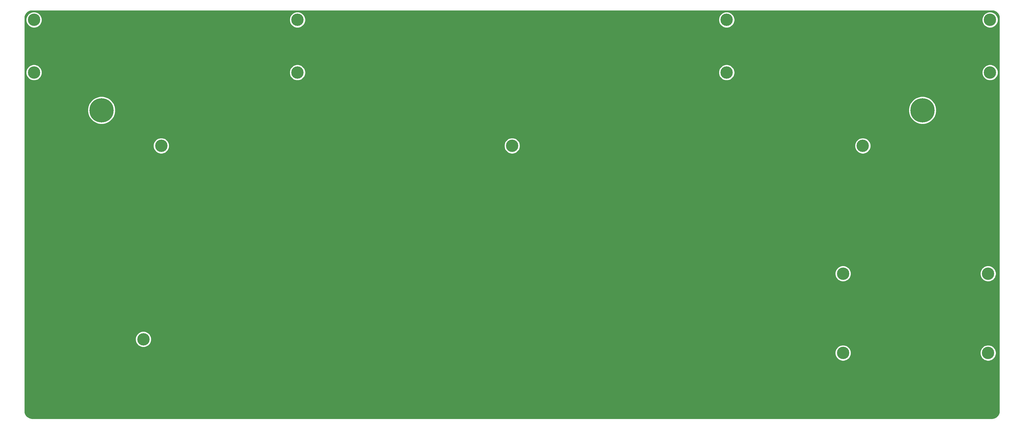
<source format=gtl>
G04 #@! TF.GenerationSoftware,KiCad,Pcbnew,(5.1.4)-1*
G04 #@! TF.CreationDate,2020-04-16T22:12:06+01:00*
G04 #@! TF.ProjectId,mysterium-bottom,6d797374-6572-4697-956d-2d626f74746f,rev?*
G04 #@! TF.SameCoordinates,Original*
G04 #@! TF.FileFunction,Copper,L1,Top*
G04 #@! TF.FilePolarity,Positive*
%FSLAX46Y46*%
G04 Gerber Fmt 4.6, Leading zero omitted, Abs format (unit mm)*
G04 Created by KiCad (PCBNEW (5.1.4)-1) date 2020-04-16 22:12:06*
%MOMM*%
%LPD*%
G04 APERTURE LIST*
%ADD10C,8.600000*%
%ADD11C,4.400000*%
%ADD12C,0.254000*%
G04 APERTURE END LIST*
D10*
X356213100Y-97053400D03*
X64550600Y-97053400D03*
D11*
X286626300Y-83613400D03*
X134137400Y-83613400D03*
X286626300Y-64863400D03*
X40550600Y-64863400D03*
X379523512Y-183454800D03*
X327986788Y-183454800D03*
X379523512Y-155219400D03*
X327986788Y-155219400D03*
X79401800Y-178587400D03*
X85763100Y-109702600D03*
X335000600Y-109702600D03*
X210419351Y-197713600D03*
X210419351Y-109702600D03*
X134137400Y-64863400D03*
X380213100Y-64863400D03*
X380213100Y-83613400D03*
X40550600Y-83613400D03*
D12*
G36*
X381407508Y-61625744D02*
G01*
X381892232Y-61771612D01*
X382339387Y-62008847D01*
X382731949Y-62328421D01*
X383054962Y-62718155D01*
X383296123Y-63163208D01*
X383446248Y-63646629D01*
X383503101Y-64182877D01*
X383503099Y-204135438D01*
X383450756Y-204674309D01*
X383304888Y-205159032D01*
X383067652Y-205606188D01*
X382748079Y-205998749D01*
X382358343Y-206321763D01*
X381913292Y-206562923D01*
X381429871Y-206713048D01*
X380893623Y-206769901D01*
X39895062Y-206769899D01*
X39356191Y-206717556D01*
X38871468Y-206571688D01*
X38424312Y-206334452D01*
X38031751Y-206014879D01*
X37708737Y-205625143D01*
X37467577Y-205180092D01*
X37317452Y-204696671D01*
X37260599Y-204160423D01*
X37260599Y-183175577D01*
X325151788Y-183175577D01*
X325151788Y-183734023D01*
X325260736Y-184281739D01*
X325474444Y-184797676D01*
X325784700Y-185262007D01*
X326179581Y-185656888D01*
X326643912Y-185967144D01*
X327159849Y-186180852D01*
X327707565Y-186289800D01*
X328266011Y-186289800D01*
X328813727Y-186180852D01*
X329329664Y-185967144D01*
X329793995Y-185656888D01*
X330188876Y-185262007D01*
X330499132Y-184797676D01*
X330712840Y-184281739D01*
X330821788Y-183734023D01*
X330821788Y-183175577D01*
X376688512Y-183175577D01*
X376688512Y-183734023D01*
X376797460Y-184281739D01*
X377011168Y-184797676D01*
X377321424Y-185262007D01*
X377716305Y-185656888D01*
X378180636Y-185967144D01*
X378696573Y-186180852D01*
X379244289Y-186289800D01*
X379802735Y-186289800D01*
X380350451Y-186180852D01*
X380866388Y-185967144D01*
X381330719Y-185656888D01*
X381725600Y-185262007D01*
X382035856Y-184797676D01*
X382249564Y-184281739D01*
X382358512Y-183734023D01*
X382358512Y-183175577D01*
X382249564Y-182627861D01*
X382035856Y-182111924D01*
X381725600Y-181647593D01*
X381330719Y-181252712D01*
X380866388Y-180942456D01*
X380350451Y-180728748D01*
X379802735Y-180619800D01*
X379244289Y-180619800D01*
X378696573Y-180728748D01*
X378180636Y-180942456D01*
X377716305Y-181252712D01*
X377321424Y-181647593D01*
X377011168Y-182111924D01*
X376797460Y-182627861D01*
X376688512Y-183175577D01*
X330821788Y-183175577D01*
X330712840Y-182627861D01*
X330499132Y-182111924D01*
X330188876Y-181647593D01*
X329793995Y-181252712D01*
X329329664Y-180942456D01*
X328813727Y-180728748D01*
X328266011Y-180619800D01*
X327707565Y-180619800D01*
X327159849Y-180728748D01*
X326643912Y-180942456D01*
X326179581Y-181252712D01*
X325784700Y-181647593D01*
X325474444Y-182111924D01*
X325260736Y-182627861D01*
X325151788Y-183175577D01*
X37260599Y-183175577D01*
X37260599Y-178308177D01*
X76566800Y-178308177D01*
X76566800Y-178866623D01*
X76675748Y-179414339D01*
X76889456Y-179930276D01*
X77199712Y-180394607D01*
X77594593Y-180789488D01*
X78058924Y-181099744D01*
X78574861Y-181313452D01*
X79122577Y-181422400D01*
X79681023Y-181422400D01*
X80228739Y-181313452D01*
X80744676Y-181099744D01*
X81209007Y-180789488D01*
X81603888Y-180394607D01*
X81914144Y-179930276D01*
X82127852Y-179414339D01*
X82236800Y-178866623D01*
X82236800Y-178308177D01*
X82127852Y-177760461D01*
X81914144Y-177244524D01*
X81603888Y-176780193D01*
X81209007Y-176385312D01*
X80744676Y-176075056D01*
X80228739Y-175861348D01*
X79681023Y-175752400D01*
X79122577Y-175752400D01*
X78574861Y-175861348D01*
X78058924Y-176075056D01*
X77594593Y-176385312D01*
X77199712Y-176780193D01*
X76889456Y-177244524D01*
X76675748Y-177760461D01*
X76566800Y-178308177D01*
X37260599Y-178308177D01*
X37260599Y-154940177D01*
X325151788Y-154940177D01*
X325151788Y-155498623D01*
X325260736Y-156046339D01*
X325474444Y-156562276D01*
X325784700Y-157026607D01*
X326179581Y-157421488D01*
X326643912Y-157731744D01*
X327159849Y-157945452D01*
X327707565Y-158054400D01*
X328266011Y-158054400D01*
X328813727Y-157945452D01*
X329329664Y-157731744D01*
X329793995Y-157421488D01*
X330188876Y-157026607D01*
X330499132Y-156562276D01*
X330712840Y-156046339D01*
X330821788Y-155498623D01*
X330821788Y-154940177D01*
X376688512Y-154940177D01*
X376688512Y-155498623D01*
X376797460Y-156046339D01*
X377011168Y-156562276D01*
X377321424Y-157026607D01*
X377716305Y-157421488D01*
X378180636Y-157731744D01*
X378696573Y-157945452D01*
X379244289Y-158054400D01*
X379802735Y-158054400D01*
X380350451Y-157945452D01*
X380866388Y-157731744D01*
X381330719Y-157421488D01*
X381725600Y-157026607D01*
X382035856Y-156562276D01*
X382249564Y-156046339D01*
X382358512Y-155498623D01*
X382358512Y-154940177D01*
X382249564Y-154392461D01*
X382035856Y-153876524D01*
X381725600Y-153412193D01*
X381330719Y-153017312D01*
X380866388Y-152707056D01*
X380350451Y-152493348D01*
X379802735Y-152384400D01*
X379244289Y-152384400D01*
X378696573Y-152493348D01*
X378180636Y-152707056D01*
X377716305Y-153017312D01*
X377321424Y-153412193D01*
X377011168Y-153876524D01*
X376797460Y-154392461D01*
X376688512Y-154940177D01*
X330821788Y-154940177D01*
X330712840Y-154392461D01*
X330499132Y-153876524D01*
X330188876Y-153412193D01*
X329793995Y-153017312D01*
X329329664Y-152707056D01*
X328813727Y-152493348D01*
X328266011Y-152384400D01*
X327707565Y-152384400D01*
X327159849Y-152493348D01*
X326643912Y-152707056D01*
X326179581Y-153017312D01*
X325784700Y-153412193D01*
X325474444Y-153876524D01*
X325260736Y-154392461D01*
X325151788Y-154940177D01*
X37260599Y-154940177D01*
X37260599Y-109423377D01*
X82928100Y-109423377D01*
X82928100Y-109981823D01*
X83037048Y-110529539D01*
X83250756Y-111045476D01*
X83561012Y-111509807D01*
X83955893Y-111904688D01*
X84420224Y-112214944D01*
X84936161Y-112428652D01*
X85483877Y-112537600D01*
X86042323Y-112537600D01*
X86590039Y-112428652D01*
X87105976Y-112214944D01*
X87570307Y-111904688D01*
X87965188Y-111509807D01*
X88275444Y-111045476D01*
X88489152Y-110529539D01*
X88598100Y-109981823D01*
X88598100Y-109423377D01*
X207584351Y-109423377D01*
X207584351Y-109981823D01*
X207693299Y-110529539D01*
X207907007Y-111045476D01*
X208217263Y-111509807D01*
X208612144Y-111904688D01*
X209076475Y-112214944D01*
X209592412Y-112428652D01*
X210140128Y-112537600D01*
X210698574Y-112537600D01*
X211246290Y-112428652D01*
X211762227Y-112214944D01*
X212226558Y-111904688D01*
X212621439Y-111509807D01*
X212931695Y-111045476D01*
X213145403Y-110529539D01*
X213254351Y-109981823D01*
X213254351Y-109423377D01*
X332165600Y-109423377D01*
X332165600Y-109981823D01*
X332274548Y-110529539D01*
X332488256Y-111045476D01*
X332798512Y-111509807D01*
X333193393Y-111904688D01*
X333657724Y-112214944D01*
X334173661Y-112428652D01*
X334721377Y-112537600D01*
X335279823Y-112537600D01*
X335827539Y-112428652D01*
X336343476Y-112214944D01*
X336807807Y-111904688D01*
X337202688Y-111509807D01*
X337512944Y-111045476D01*
X337726652Y-110529539D01*
X337835600Y-109981823D01*
X337835600Y-109423377D01*
X337726652Y-108875661D01*
X337512944Y-108359724D01*
X337202688Y-107895393D01*
X336807807Y-107500512D01*
X336343476Y-107190256D01*
X335827539Y-106976548D01*
X335279823Y-106867600D01*
X334721377Y-106867600D01*
X334173661Y-106976548D01*
X333657724Y-107190256D01*
X333193393Y-107500512D01*
X332798512Y-107895393D01*
X332488256Y-108359724D01*
X332274548Y-108875661D01*
X332165600Y-109423377D01*
X213254351Y-109423377D01*
X213145403Y-108875661D01*
X212931695Y-108359724D01*
X212621439Y-107895393D01*
X212226558Y-107500512D01*
X211762227Y-107190256D01*
X211246290Y-106976548D01*
X210698574Y-106867600D01*
X210140128Y-106867600D01*
X209592412Y-106976548D01*
X209076475Y-107190256D01*
X208612144Y-107500512D01*
X208217263Y-107895393D01*
X207907007Y-108359724D01*
X207693299Y-108875661D01*
X207584351Y-109423377D01*
X88598100Y-109423377D01*
X88489152Y-108875661D01*
X88275444Y-108359724D01*
X87965188Y-107895393D01*
X87570307Y-107500512D01*
X87105976Y-107190256D01*
X86590039Y-106976548D01*
X86042323Y-106867600D01*
X85483877Y-106867600D01*
X84936161Y-106976548D01*
X84420224Y-107190256D01*
X83955893Y-107500512D01*
X83561012Y-107895393D01*
X83250756Y-108359724D01*
X83037048Y-108875661D01*
X82928100Y-109423377D01*
X37260599Y-109423377D01*
X37260599Y-96567345D01*
X59615600Y-96567345D01*
X59615600Y-97539455D01*
X59805250Y-98492886D01*
X60177260Y-99390999D01*
X60717335Y-100199279D01*
X61404721Y-100886665D01*
X62213001Y-101426740D01*
X63111114Y-101798750D01*
X64064545Y-101988400D01*
X65036655Y-101988400D01*
X65990086Y-101798750D01*
X66888199Y-101426740D01*
X67696479Y-100886665D01*
X68383865Y-100199279D01*
X68923940Y-99390999D01*
X69295950Y-98492886D01*
X69485600Y-97539455D01*
X69485600Y-96567345D01*
X351278100Y-96567345D01*
X351278100Y-97539455D01*
X351467750Y-98492886D01*
X351839760Y-99390999D01*
X352379835Y-100199279D01*
X353067221Y-100886665D01*
X353875501Y-101426740D01*
X354773614Y-101798750D01*
X355727045Y-101988400D01*
X356699155Y-101988400D01*
X357652586Y-101798750D01*
X358550699Y-101426740D01*
X359358979Y-100886665D01*
X360046365Y-100199279D01*
X360586440Y-99390999D01*
X360958450Y-98492886D01*
X361148100Y-97539455D01*
X361148100Y-96567345D01*
X360958450Y-95613914D01*
X360586440Y-94715801D01*
X360046365Y-93907521D01*
X359358979Y-93220135D01*
X358550699Y-92680060D01*
X357652586Y-92308050D01*
X356699155Y-92118400D01*
X355727045Y-92118400D01*
X354773614Y-92308050D01*
X353875501Y-92680060D01*
X353067221Y-93220135D01*
X352379835Y-93907521D01*
X351839760Y-94715801D01*
X351467750Y-95613914D01*
X351278100Y-96567345D01*
X69485600Y-96567345D01*
X69295950Y-95613914D01*
X68923940Y-94715801D01*
X68383865Y-93907521D01*
X67696479Y-93220135D01*
X66888199Y-92680060D01*
X65990086Y-92308050D01*
X65036655Y-92118400D01*
X64064545Y-92118400D01*
X63111114Y-92308050D01*
X62213001Y-92680060D01*
X61404721Y-93220135D01*
X60717335Y-93907521D01*
X60177260Y-94715801D01*
X59805250Y-95613914D01*
X59615600Y-96567345D01*
X37260599Y-96567345D01*
X37260600Y-83334177D01*
X37715600Y-83334177D01*
X37715600Y-83892623D01*
X37824548Y-84440339D01*
X38038256Y-84956276D01*
X38348512Y-85420607D01*
X38743393Y-85815488D01*
X39207724Y-86125744D01*
X39723661Y-86339452D01*
X40271377Y-86448400D01*
X40829823Y-86448400D01*
X41377539Y-86339452D01*
X41893476Y-86125744D01*
X42357807Y-85815488D01*
X42752688Y-85420607D01*
X43062944Y-84956276D01*
X43276652Y-84440339D01*
X43385600Y-83892623D01*
X43385600Y-83334177D01*
X131302400Y-83334177D01*
X131302400Y-83892623D01*
X131411348Y-84440339D01*
X131625056Y-84956276D01*
X131935312Y-85420607D01*
X132330193Y-85815488D01*
X132794524Y-86125744D01*
X133310461Y-86339452D01*
X133858177Y-86448400D01*
X134416623Y-86448400D01*
X134964339Y-86339452D01*
X135480276Y-86125744D01*
X135944607Y-85815488D01*
X136339488Y-85420607D01*
X136649744Y-84956276D01*
X136863452Y-84440339D01*
X136972400Y-83892623D01*
X136972400Y-83334177D01*
X283791300Y-83334177D01*
X283791300Y-83892623D01*
X283900248Y-84440339D01*
X284113956Y-84956276D01*
X284424212Y-85420607D01*
X284819093Y-85815488D01*
X285283424Y-86125744D01*
X285799361Y-86339452D01*
X286347077Y-86448400D01*
X286905523Y-86448400D01*
X287453239Y-86339452D01*
X287969176Y-86125744D01*
X288433507Y-85815488D01*
X288828388Y-85420607D01*
X289138644Y-84956276D01*
X289352352Y-84440339D01*
X289461300Y-83892623D01*
X289461300Y-83334177D01*
X377378100Y-83334177D01*
X377378100Y-83892623D01*
X377487048Y-84440339D01*
X377700756Y-84956276D01*
X378011012Y-85420607D01*
X378405893Y-85815488D01*
X378870224Y-86125744D01*
X379386161Y-86339452D01*
X379933877Y-86448400D01*
X380492323Y-86448400D01*
X381040039Y-86339452D01*
X381555976Y-86125744D01*
X382020307Y-85815488D01*
X382415188Y-85420607D01*
X382725444Y-84956276D01*
X382939152Y-84440339D01*
X383048100Y-83892623D01*
X383048100Y-83334177D01*
X382939152Y-82786461D01*
X382725444Y-82270524D01*
X382415188Y-81806193D01*
X382020307Y-81411312D01*
X381555976Y-81101056D01*
X381040039Y-80887348D01*
X380492323Y-80778400D01*
X379933877Y-80778400D01*
X379386161Y-80887348D01*
X378870224Y-81101056D01*
X378405893Y-81411312D01*
X378011012Y-81806193D01*
X377700756Y-82270524D01*
X377487048Y-82786461D01*
X377378100Y-83334177D01*
X289461300Y-83334177D01*
X289352352Y-82786461D01*
X289138644Y-82270524D01*
X288828388Y-81806193D01*
X288433507Y-81411312D01*
X287969176Y-81101056D01*
X287453239Y-80887348D01*
X286905523Y-80778400D01*
X286347077Y-80778400D01*
X285799361Y-80887348D01*
X285283424Y-81101056D01*
X284819093Y-81411312D01*
X284424212Y-81806193D01*
X284113956Y-82270524D01*
X283900248Y-82786461D01*
X283791300Y-83334177D01*
X136972400Y-83334177D01*
X136863452Y-82786461D01*
X136649744Y-82270524D01*
X136339488Y-81806193D01*
X135944607Y-81411312D01*
X135480276Y-81101056D01*
X134964339Y-80887348D01*
X134416623Y-80778400D01*
X133858177Y-80778400D01*
X133310461Y-80887348D01*
X132794524Y-81101056D01*
X132330193Y-81411312D01*
X131935312Y-81806193D01*
X131625056Y-82270524D01*
X131411348Y-82786461D01*
X131302400Y-83334177D01*
X43385600Y-83334177D01*
X43276652Y-82786461D01*
X43062944Y-82270524D01*
X42752688Y-81806193D01*
X42357807Y-81411312D01*
X41893476Y-81101056D01*
X41377539Y-80887348D01*
X40829823Y-80778400D01*
X40271377Y-80778400D01*
X39723661Y-80887348D01*
X39207724Y-81101056D01*
X38743393Y-81411312D01*
X38348512Y-81806193D01*
X38038256Y-82270524D01*
X37824548Y-82786461D01*
X37715600Y-83334177D01*
X37260600Y-83334177D01*
X37260600Y-64584177D01*
X37715600Y-64584177D01*
X37715600Y-65142623D01*
X37824548Y-65690339D01*
X38038256Y-66206276D01*
X38348512Y-66670607D01*
X38743393Y-67065488D01*
X39207724Y-67375744D01*
X39723661Y-67589452D01*
X40271377Y-67698400D01*
X40829823Y-67698400D01*
X41377539Y-67589452D01*
X41893476Y-67375744D01*
X42357807Y-67065488D01*
X42752688Y-66670607D01*
X43062944Y-66206276D01*
X43276652Y-65690339D01*
X43385600Y-65142623D01*
X43385600Y-64584177D01*
X131302400Y-64584177D01*
X131302400Y-65142623D01*
X131411348Y-65690339D01*
X131625056Y-66206276D01*
X131935312Y-66670607D01*
X132330193Y-67065488D01*
X132794524Y-67375744D01*
X133310461Y-67589452D01*
X133858177Y-67698400D01*
X134416623Y-67698400D01*
X134964339Y-67589452D01*
X135480276Y-67375744D01*
X135944607Y-67065488D01*
X136339488Y-66670607D01*
X136649744Y-66206276D01*
X136863452Y-65690339D01*
X136972400Y-65142623D01*
X136972400Y-64584177D01*
X283791300Y-64584177D01*
X283791300Y-65142623D01*
X283900248Y-65690339D01*
X284113956Y-66206276D01*
X284424212Y-66670607D01*
X284819093Y-67065488D01*
X285283424Y-67375744D01*
X285799361Y-67589452D01*
X286347077Y-67698400D01*
X286905523Y-67698400D01*
X287453239Y-67589452D01*
X287969176Y-67375744D01*
X288433507Y-67065488D01*
X288828388Y-66670607D01*
X289138644Y-66206276D01*
X289352352Y-65690339D01*
X289461300Y-65142623D01*
X289461300Y-64584177D01*
X377378100Y-64584177D01*
X377378100Y-65142623D01*
X377487048Y-65690339D01*
X377700756Y-66206276D01*
X378011012Y-66670607D01*
X378405893Y-67065488D01*
X378870224Y-67375744D01*
X379386161Y-67589452D01*
X379933877Y-67698400D01*
X380492323Y-67698400D01*
X381040039Y-67589452D01*
X381555976Y-67375744D01*
X382020307Y-67065488D01*
X382415188Y-66670607D01*
X382725444Y-66206276D01*
X382939152Y-65690339D01*
X383048100Y-65142623D01*
X383048100Y-64584177D01*
X382939152Y-64036461D01*
X382725444Y-63520524D01*
X382415188Y-63056193D01*
X382020307Y-62661312D01*
X381555976Y-62351056D01*
X381040039Y-62137348D01*
X380492323Y-62028400D01*
X379933877Y-62028400D01*
X379386161Y-62137348D01*
X378870224Y-62351056D01*
X378405893Y-62661312D01*
X378011012Y-63056193D01*
X377700756Y-63520524D01*
X377487048Y-64036461D01*
X377378100Y-64584177D01*
X289461300Y-64584177D01*
X289352352Y-64036461D01*
X289138644Y-63520524D01*
X288828388Y-63056193D01*
X288433507Y-62661312D01*
X287969176Y-62351056D01*
X287453239Y-62137348D01*
X286905523Y-62028400D01*
X286347077Y-62028400D01*
X285799361Y-62137348D01*
X285283424Y-62351056D01*
X284819093Y-62661312D01*
X284424212Y-63056193D01*
X284113956Y-63520524D01*
X283900248Y-64036461D01*
X283791300Y-64584177D01*
X136972400Y-64584177D01*
X136863452Y-64036461D01*
X136649744Y-63520524D01*
X136339488Y-63056193D01*
X135944607Y-62661312D01*
X135480276Y-62351056D01*
X134964339Y-62137348D01*
X134416623Y-62028400D01*
X133858177Y-62028400D01*
X133310461Y-62137348D01*
X132794524Y-62351056D01*
X132330193Y-62661312D01*
X131935312Y-63056193D01*
X131625056Y-63520524D01*
X131411348Y-64036461D01*
X131302400Y-64584177D01*
X43385600Y-64584177D01*
X43276652Y-64036461D01*
X43062944Y-63520524D01*
X42752688Y-63056193D01*
X42357807Y-62661312D01*
X41893476Y-62351056D01*
X41377539Y-62137348D01*
X40829823Y-62028400D01*
X40271377Y-62028400D01*
X39723661Y-62137348D01*
X39207724Y-62351056D01*
X38743393Y-62661312D01*
X38348512Y-63056193D01*
X38038256Y-63520524D01*
X37824548Y-64036461D01*
X37715600Y-64584177D01*
X37260600Y-64584177D01*
X37260601Y-64207861D01*
X37312944Y-63668992D01*
X37458812Y-63184268D01*
X37696047Y-62737113D01*
X38015621Y-62344551D01*
X38405355Y-62021538D01*
X38850408Y-61780377D01*
X39333829Y-61630252D01*
X39870067Y-61573400D01*
X380868629Y-61573400D01*
X381407508Y-61625744D01*
X381407508Y-61625744D01*
G37*
X381407508Y-61625744D02*
X381892232Y-61771612D01*
X382339387Y-62008847D01*
X382731949Y-62328421D01*
X383054962Y-62718155D01*
X383296123Y-63163208D01*
X383446248Y-63646629D01*
X383503101Y-64182877D01*
X383503099Y-204135438D01*
X383450756Y-204674309D01*
X383304888Y-205159032D01*
X383067652Y-205606188D01*
X382748079Y-205998749D01*
X382358343Y-206321763D01*
X381913292Y-206562923D01*
X381429871Y-206713048D01*
X380893623Y-206769901D01*
X39895062Y-206769899D01*
X39356191Y-206717556D01*
X38871468Y-206571688D01*
X38424312Y-206334452D01*
X38031751Y-206014879D01*
X37708737Y-205625143D01*
X37467577Y-205180092D01*
X37317452Y-204696671D01*
X37260599Y-204160423D01*
X37260599Y-183175577D01*
X325151788Y-183175577D01*
X325151788Y-183734023D01*
X325260736Y-184281739D01*
X325474444Y-184797676D01*
X325784700Y-185262007D01*
X326179581Y-185656888D01*
X326643912Y-185967144D01*
X327159849Y-186180852D01*
X327707565Y-186289800D01*
X328266011Y-186289800D01*
X328813727Y-186180852D01*
X329329664Y-185967144D01*
X329793995Y-185656888D01*
X330188876Y-185262007D01*
X330499132Y-184797676D01*
X330712840Y-184281739D01*
X330821788Y-183734023D01*
X330821788Y-183175577D01*
X376688512Y-183175577D01*
X376688512Y-183734023D01*
X376797460Y-184281739D01*
X377011168Y-184797676D01*
X377321424Y-185262007D01*
X377716305Y-185656888D01*
X378180636Y-185967144D01*
X378696573Y-186180852D01*
X379244289Y-186289800D01*
X379802735Y-186289800D01*
X380350451Y-186180852D01*
X380866388Y-185967144D01*
X381330719Y-185656888D01*
X381725600Y-185262007D01*
X382035856Y-184797676D01*
X382249564Y-184281739D01*
X382358512Y-183734023D01*
X382358512Y-183175577D01*
X382249564Y-182627861D01*
X382035856Y-182111924D01*
X381725600Y-181647593D01*
X381330719Y-181252712D01*
X380866388Y-180942456D01*
X380350451Y-180728748D01*
X379802735Y-180619800D01*
X379244289Y-180619800D01*
X378696573Y-180728748D01*
X378180636Y-180942456D01*
X377716305Y-181252712D01*
X377321424Y-181647593D01*
X377011168Y-182111924D01*
X376797460Y-182627861D01*
X376688512Y-183175577D01*
X330821788Y-183175577D01*
X330712840Y-182627861D01*
X330499132Y-182111924D01*
X330188876Y-181647593D01*
X329793995Y-181252712D01*
X329329664Y-180942456D01*
X328813727Y-180728748D01*
X328266011Y-180619800D01*
X327707565Y-180619800D01*
X327159849Y-180728748D01*
X326643912Y-180942456D01*
X326179581Y-181252712D01*
X325784700Y-181647593D01*
X325474444Y-182111924D01*
X325260736Y-182627861D01*
X325151788Y-183175577D01*
X37260599Y-183175577D01*
X37260599Y-178308177D01*
X76566800Y-178308177D01*
X76566800Y-178866623D01*
X76675748Y-179414339D01*
X76889456Y-179930276D01*
X77199712Y-180394607D01*
X77594593Y-180789488D01*
X78058924Y-181099744D01*
X78574861Y-181313452D01*
X79122577Y-181422400D01*
X79681023Y-181422400D01*
X80228739Y-181313452D01*
X80744676Y-181099744D01*
X81209007Y-180789488D01*
X81603888Y-180394607D01*
X81914144Y-179930276D01*
X82127852Y-179414339D01*
X82236800Y-178866623D01*
X82236800Y-178308177D01*
X82127852Y-177760461D01*
X81914144Y-177244524D01*
X81603888Y-176780193D01*
X81209007Y-176385312D01*
X80744676Y-176075056D01*
X80228739Y-175861348D01*
X79681023Y-175752400D01*
X79122577Y-175752400D01*
X78574861Y-175861348D01*
X78058924Y-176075056D01*
X77594593Y-176385312D01*
X77199712Y-176780193D01*
X76889456Y-177244524D01*
X76675748Y-177760461D01*
X76566800Y-178308177D01*
X37260599Y-178308177D01*
X37260599Y-154940177D01*
X325151788Y-154940177D01*
X325151788Y-155498623D01*
X325260736Y-156046339D01*
X325474444Y-156562276D01*
X325784700Y-157026607D01*
X326179581Y-157421488D01*
X326643912Y-157731744D01*
X327159849Y-157945452D01*
X327707565Y-158054400D01*
X328266011Y-158054400D01*
X328813727Y-157945452D01*
X329329664Y-157731744D01*
X329793995Y-157421488D01*
X330188876Y-157026607D01*
X330499132Y-156562276D01*
X330712840Y-156046339D01*
X330821788Y-155498623D01*
X330821788Y-154940177D01*
X376688512Y-154940177D01*
X376688512Y-155498623D01*
X376797460Y-156046339D01*
X377011168Y-156562276D01*
X377321424Y-157026607D01*
X377716305Y-157421488D01*
X378180636Y-157731744D01*
X378696573Y-157945452D01*
X379244289Y-158054400D01*
X379802735Y-158054400D01*
X380350451Y-157945452D01*
X380866388Y-157731744D01*
X381330719Y-157421488D01*
X381725600Y-157026607D01*
X382035856Y-156562276D01*
X382249564Y-156046339D01*
X382358512Y-155498623D01*
X382358512Y-154940177D01*
X382249564Y-154392461D01*
X382035856Y-153876524D01*
X381725600Y-153412193D01*
X381330719Y-153017312D01*
X380866388Y-152707056D01*
X380350451Y-152493348D01*
X379802735Y-152384400D01*
X379244289Y-152384400D01*
X378696573Y-152493348D01*
X378180636Y-152707056D01*
X377716305Y-153017312D01*
X377321424Y-153412193D01*
X377011168Y-153876524D01*
X376797460Y-154392461D01*
X376688512Y-154940177D01*
X330821788Y-154940177D01*
X330712840Y-154392461D01*
X330499132Y-153876524D01*
X330188876Y-153412193D01*
X329793995Y-153017312D01*
X329329664Y-152707056D01*
X328813727Y-152493348D01*
X328266011Y-152384400D01*
X327707565Y-152384400D01*
X327159849Y-152493348D01*
X326643912Y-152707056D01*
X326179581Y-153017312D01*
X325784700Y-153412193D01*
X325474444Y-153876524D01*
X325260736Y-154392461D01*
X325151788Y-154940177D01*
X37260599Y-154940177D01*
X37260599Y-109423377D01*
X82928100Y-109423377D01*
X82928100Y-109981823D01*
X83037048Y-110529539D01*
X83250756Y-111045476D01*
X83561012Y-111509807D01*
X83955893Y-111904688D01*
X84420224Y-112214944D01*
X84936161Y-112428652D01*
X85483877Y-112537600D01*
X86042323Y-112537600D01*
X86590039Y-112428652D01*
X87105976Y-112214944D01*
X87570307Y-111904688D01*
X87965188Y-111509807D01*
X88275444Y-111045476D01*
X88489152Y-110529539D01*
X88598100Y-109981823D01*
X88598100Y-109423377D01*
X207584351Y-109423377D01*
X207584351Y-109981823D01*
X207693299Y-110529539D01*
X207907007Y-111045476D01*
X208217263Y-111509807D01*
X208612144Y-111904688D01*
X209076475Y-112214944D01*
X209592412Y-112428652D01*
X210140128Y-112537600D01*
X210698574Y-112537600D01*
X211246290Y-112428652D01*
X211762227Y-112214944D01*
X212226558Y-111904688D01*
X212621439Y-111509807D01*
X212931695Y-111045476D01*
X213145403Y-110529539D01*
X213254351Y-109981823D01*
X213254351Y-109423377D01*
X332165600Y-109423377D01*
X332165600Y-109981823D01*
X332274548Y-110529539D01*
X332488256Y-111045476D01*
X332798512Y-111509807D01*
X333193393Y-111904688D01*
X333657724Y-112214944D01*
X334173661Y-112428652D01*
X334721377Y-112537600D01*
X335279823Y-112537600D01*
X335827539Y-112428652D01*
X336343476Y-112214944D01*
X336807807Y-111904688D01*
X337202688Y-111509807D01*
X337512944Y-111045476D01*
X337726652Y-110529539D01*
X337835600Y-109981823D01*
X337835600Y-109423377D01*
X337726652Y-108875661D01*
X337512944Y-108359724D01*
X337202688Y-107895393D01*
X336807807Y-107500512D01*
X336343476Y-107190256D01*
X335827539Y-106976548D01*
X335279823Y-106867600D01*
X334721377Y-106867600D01*
X334173661Y-106976548D01*
X333657724Y-107190256D01*
X333193393Y-107500512D01*
X332798512Y-107895393D01*
X332488256Y-108359724D01*
X332274548Y-108875661D01*
X332165600Y-109423377D01*
X213254351Y-109423377D01*
X213145403Y-108875661D01*
X212931695Y-108359724D01*
X212621439Y-107895393D01*
X212226558Y-107500512D01*
X211762227Y-107190256D01*
X211246290Y-106976548D01*
X210698574Y-106867600D01*
X210140128Y-106867600D01*
X209592412Y-106976548D01*
X209076475Y-107190256D01*
X208612144Y-107500512D01*
X208217263Y-107895393D01*
X207907007Y-108359724D01*
X207693299Y-108875661D01*
X207584351Y-109423377D01*
X88598100Y-109423377D01*
X88489152Y-108875661D01*
X88275444Y-108359724D01*
X87965188Y-107895393D01*
X87570307Y-107500512D01*
X87105976Y-107190256D01*
X86590039Y-106976548D01*
X86042323Y-106867600D01*
X85483877Y-106867600D01*
X84936161Y-106976548D01*
X84420224Y-107190256D01*
X83955893Y-107500512D01*
X83561012Y-107895393D01*
X83250756Y-108359724D01*
X83037048Y-108875661D01*
X82928100Y-109423377D01*
X37260599Y-109423377D01*
X37260599Y-96567345D01*
X59615600Y-96567345D01*
X59615600Y-97539455D01*
X59805250Y-98492886D01*
X60177260Y-99390999D01*
X60717335Y-100199279D01*
X61404721Y-100886665D01*
X62213001Y-101426740D01*
X63111114Y-101798750D01*
X64064545Y-101988400D01*
X65036655Y-101988400D01*
X65990086Y-101798750D01*
X66888199Y-101426740D01*
X67696479Y-100886665D01*
X68383865Y-100199279D01*
X68923940Y-99390999D01*
X69295950Y-98492886D01*
X69485600Y-97539455D01*
X69485600Y-96567345D01*
X351278100Y-96567345D01*
X351278100Y-97539455D01*
X351467750Y-98492886D01*
X351839760Y-99390999D01*
X352379835Y-100199279D01*
X353067221Y-100886665D01*
X353875501Y-101426740D01*
X354773614Y-101798750D01*
X355727045Y-101988400D01*
X356699155Y-101988400D01*
X357652586Y-101798750D01*
X358550699Y-101426740D01*
X359358979Y-100886665D01*
X360046365Y-100199279D01*
X360586440Y-99390999D01*
X360958450Y-98492886D01*
X361148100Y-97539455D01*
X361148100Y-96567345D01*
X360958450Y-95613914D01*
X360586440Y-94715801D01*
X360046365Y-93907521D01*
X359358979Y-93220135D01*
X358550699Y-92680060D01*
X357652586Y-92308050D01*
X356699155Y-92118400D01*
X355727045Y-92118400D01*
X354773614Y-92308050D01*
X353875501Y-92680060D01*
X353067221Y-93220135D01*
X352379835Y-93907521D01*
X351839760Y-94715801D01*
X351467750Y-95613914D01*
X351278100Y-96567345D01*
X69485600Y-96567345D01*
X69295950Y-95613914D01*
X68923940Y-94715801D01*
X68383865Y-93907521D01*
X67696479Y-93220135D01*
X66888199Y-92680060D01*
X65990086Y-92308050D01*
X65036655Y-92118400D01*
X64064545Y-92118400D01*
X63111114Y-92308050D01*
X62213001Y-92680060D01*
X61404721Y-93220135D01*
X60717335Y-93907521D01*
X60177260Y-94715801D01*
X59805250Y-95613914D01*
X59615600Y-96567345D01*
X37260599Y-96567345D01*
X37260600Y-83334177D01*
X37715600Y-83334177D01*
X37715600Y-83892623D01*
X37824548Y-84440339D01*
X38038256Y-84956276D01*
X38348512Y-85420607D01*
X38743393Y-85815488D01*
X39207724Y-86125744D01*
X39723661Y-86339452D01*
X40271377Y-86448400D01*
X40829823Y-86448400D01*
X41377539Y-86339452D01*
X41893476Y-86125744D01*
X42357807Y-85815488D01*
X42752688Y-85420607D01*
X43062944Y-84956276D01*
X43276652Y-84440339D01*
X43385600Y-83892623D01*
X43385600Y-83334177D01*
X131302400Y-83334177D01*
X131302400Y-83892623D01*
X131411348Y-84440339D01*
X131625056Y-84956276D01*
X131935312Y-85420607D01*
X132330193Y-85815488D01*
X132794524Y-86125744D01*
X133310461Y-86339452D01*
X133858177Y-86448400D01*
X134416623Y-86448400D01*
X134964339Y-86339452D01*
X135480276Y-86125744D01*
X135944607Y-85815488D01*
X136339488Y-85420607D01*
X136649744Y-84956276D01*
X136863452Y-84440339D01*
X136972400Y-83892623D01*
X136972400Y-83334177D01*
X283791300Y-83334177D01*
X283791300Y-83892623D01*
X283900248Y-84440339D01*
X284113956Y-84956276D01*
X284424212Y-85420607D01*
X284819093Y-85815488D01*
X285283424Y-86125744D01*
X285799361Y-86339452D01*
X286347077Y-86448400D01*
X286905523Y-86448400D01*
X287453239Y-86339452D01*
X287969176Y-86125744D01*
X288433507Y-85815488D01*
X288828388Y-85420607D01*
X289138644Y-84956276D01*
X289352352Y-84440339D01*
X289461300Y-83892623D01*
X289461300Y-83334177D01*
X377378100Y-83334177D01*
X377378100Y-83892623D01*
X377487048Y-84440339D01*
X377700756Y-84956276D01*
X378011012Y-85420607D01*
X378405893Y-85815488D01*
X378870224Y-86125744D01*
X379386161Y-86339452D01*
X379933877Y-86448400D01*
X380492323Y-86448400D01*
X381040039Y-86339452D01*
X381555976Y-86125744D01*
X382020307Y-85815488D01*
X382415188Y-85420607D01*
X382725444Y-84956276D01*
X382939152Y-84440339D01*
X383048100Y-83892623D01*
X383048100Y-83334177D01*
X382939152Y-82786461D01*
X382725444Y-82270524D01*
X382415188Y-81806193D01*
X382020307Y-81411312D01*
X381555976Y-81101056D01*
X381040039Y-80887348D01*
X380492323Y-80778400D01*
X379933877Y-80778400D01*
X379386161Y-80887348D01*
X378870224Y-81101056D01*
X378405893Y-81411312D01*
X378011012Y-81806193D01*
X377700756Y-82270524D01*
X377487048Y-82786461D01*
X377378100Y-83334177D01*
X289461300Y-83334177D01*
X289352352Y-82786461D01*
X289138644Y-82270524D01*
X288828388Y-81806193D01*
X288433507Y-81411312D01*
X287969176Y-81101056D01*
X287453239Y-80887348D01*
X286905523Y-80778400D01*
X286347077Y-80778400D01*
X285799361Y-80887348D01*
X285283424Y-81101056D01*
X284819093Y-81411312D01*
X284424212Y-81806193D01*
X284113956Y-82270524D01*
X283900248Y-82786461D01*
X283791300Y-83334177D01*
X136972400Y-83334177D01*
X136863452Y-82786461D01*
X136649744Y-82270524D01*
X136339488Y-81806193D01*
X135944607Y-81411312D01*
X135480276Y-81101056D01*
X134964339Y-80887348D01*
X134416623Y-80778400D01*
X133858177Y-80778400D01*
X133310461Y-80887348D01*
X132794524Y-81101056D01*
X132330193Y-81411312D01*
X131935312Y-81806193D01*
X131625056Y-82270524D01*
X131411348Y-82786461D01*
X131302400Y-83334177D01*
X43385600Y-83334177D01*
X43276652Y-82786461D01*
X43062944Y-82270524D01*
X42752688Y-81806193D01*
X42357807Y-81411312D01*
X41893476Y-81101056D01*
X41377539Y-80887348D01*
X40829823Y-80778400D01*
X40271377Y-80778400D01*
X39723661Y-80887348D01*
X39207724Y-81101056D01*
X38743393Y-81411312D01*
X38348512Y-81806193D01*
X38038256Y-82270524D01*
X37824548Y-82786461D01*
X37715600Y-83334177D01*
X37260600Y-83334177D01*
X37260600Y-64584177D01*
X37715600Y-64584177D01*
X37715600Y-65142623D01*
X37824548Y-65690339D01*
X38038256Y-66206276D01*
X38348512Y-66670607D01*
X38743393Y-67065488D01*
X39207724Y-67375744D01*
X39723661Y-67589452D01*
X40271377Y-67698400D01*
X40829823Y-67698400D01*
X41377539Y-67589452D01*
X41893476Y-67375744D01*
X42357807Y-67065488D01*
X42752688Y-66670607D01*
X43062944Y-66206276D01*
X43276652Y-65690339D01*
X43385600Y-65142623D01*
X43385600Y-64584177D01*
X131302400Y-64584177D01*
X131302400Y-65142623D01*
X131411348Y-65690339D01*
X131625056Y-66206276D01*
X131935312Y-66670607D01*
X132330193Y-67065488D01*
X132794524Y-67375744D01*
X133310461Y-67589452D01*
X133858177Y-67698400D01*
X134416623Y-67698400D01*
X134964339Y-67589452D01*
X135480276Y-67375744D01*
X135944607Y-67065488D01*
X136339488Y-66670607D01*
X136649744Y-66206276D01*
X136863452Y-65690339D01*
X136972400Y-65142623D01*
X136972400Y-64584177D01*
X283791300Y-64584177D01*
X283791300Y-65142623D01*
X283900248Y-65690339D01*
X284113956Y-66206276D01*
X284424212Y-66670607D01*
X284819093Y-67065488D01*
X285283424Y-67375744D01*
X285799361Y-67589452D01*
X286347077Y-67698400D01*
X286905523Y-67698400D01*
X287453239Y-67589452D01*
X287969176Y-67375744D01*
X288433507Y-67065488D01*
X288828388Y-66670607D01*
X289138644Y-66206276D01*
X289352352Y-65690339D01*
X289461300Y-65142623D01*
X289461300Y-64584177D01*
X377378100Y-64584177D01*
X377378100Y-65142623D01*
X377487048Y-65690339D01*
X377700756Y-66206276D01*
X378011012Y-66670607D01*
X378405893Y-67065488D01*
X378870224Y-67375744D01*
X379386161Y-67589452D01*
X379933877Y-67698400D01*
X380492323Y-67698400D01*
X381040039Y-67589452D01*
X381555976Y-67375744D01*
X382020307Y-67065488D01*
X382415188Y-66670607D01*
X382725444Y-66206276D01*
X382939152Y-65690339D01*
X383048100Y-65142623D01*
X383048100Y-64584177D01*
X382939152Y-64036461D01*
X382725444Y-63520524D01*
X382415188Y-63056193D01*
X382020307Y-62661312D01*
X381555976Y-62351056D01*
X381040039Y-62137348D01*
X380492323Y-62028400D01*
X379933877Y-62028400D01*
X379386161Y-62137348D01*
X378870224Y-62351056D01*
X378405893Y-62661312D01*
X378011012Y-63056193D01*
X377700756Y-63520524D01*
X377487048Y-64036461D01*
X377378100Y-64584177D01*
X289461300Y-64584177D01*
X289352352Y-64036461D01*
X289138644Y-63520524D01*
X288828388Y-63056193D01*
X288433507Y-62661312D01*
X287969176Y-62351056D01*
X287453239Y-62137348D01*
X286905523Y-62028400D01*
X286347077Y-62028400D01*
X285799361Y-62137348D01*
X285283424Y-62351056D01*
X284819093Y-62661312D01*
X284424212Y-63056193D01*
X284113956Y-63520524D01*
X283900248Y-64036461D01*
X283791300Y-64584177D01*
X136972400Y-64584177D01*
X136863452Y-64036461D01*
X136649744Y-63520524D01*
X136339488Y-63056193D01*
X135944607Y-62661312D01*
X135480276Y-62351056D01*
X134964339Y-62137348D01*
X134416623Y-62028400D01*
X133858177Y-62028400D01*
X133310461Y-62137348D01*
X132794524Y-62351056D01*
X132330193Y-62661312D01*
X131935312Y-63056193D01*
X131625056Y-63520524D01*
X131411348Y-64036461D01*
X131302400Y-64584177D01*
X43385600Y-64584177D01*
X43276652Y-64036461D01*
X43062944Y-63520524D01*
X42752688Y-63056193D01*
X42357807Y-62661312D01*
X41893476Y-62351056D01*
X41377539Y-62137348D01*
X40829823Y-62028400D01*
X40271377Y-62028400D01*
X39723661Y-62137348D01*
X39207724Y-62351056D01*
X38743393Y-62661312D01*
X38348512Y-63056193D01*
X38038256Y-63520524D01*
X37824548Y-64036461D01*
X37715600Y-64584177D01*
X37260600Y-64584177D01*
X37260601Y-64207861D01*
X37312944Y-63668992D01*
X37458812Y-63184268D01*
X37696047Y-62737113D01*
X38015621Y-62344551D01*
X38405355Y-62021538D01*
X38850408Y-61780377D01*
X39333829Y-61630252D01*
X39870067Y-61573400D01*
X380868629Y-61573400D01*
X381407508Y-61625744D01*
M02*

</source>
